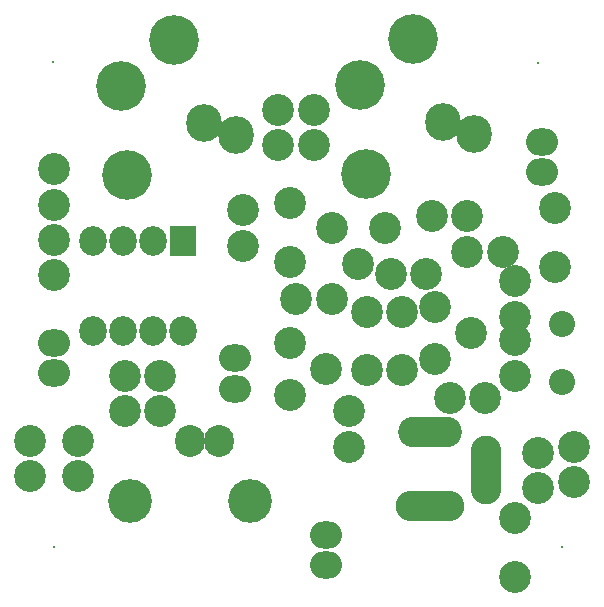
<source format=gts>
G04*
G04 #@! TF.GenerationSoftware,Altium Limited,Altium Designer,18.0.12 (696)*
G04*
G04 Layer_Color=8388736*
%FSLAX44Y44*%
%MOMM*%
G71*
G01*
G75*
%ADD14O,2.5032X2.7032*%
%ADD15C,3.7032*%
%ADD16C,2.7032*%
%ADD17C,4.2032*%
%ADD18O,3.0032X3.2032*%
%ADD19O,2.7032X2.3032*%
%ADD20C,0.2032*%
%ADD21O,5.8032X2.6032*%
%ADD22O,2.6032X5.8032*%
%ADD23O,5.4032X2.6032*%
%ADD24O,2.3032X2.5032*%
%ADD25R,2.3032X2.5032*%
%ADD26C,2.2032*%
D14*
X655000Y640000D02*
D03*
X680000D02*
D03*
D15*
X706000Y589000D02*
D03*
X604000D02*
D03*
D16*
X540000Y780000D02*
D03*
Y810000D02*
D03*
X890000Y800000D02*
D03*
X920000D02*
D03*
X760000Y920000D02*
D03*
Y890000D02*
D03*
X825000Y781000D02*
D03*
X855000D02*
D03*
X980000Y605000D02*
D03*
Y635000D02*
D03*
X805000Y700000D02*
D03*
X835000D02*
D03*
X950000Y630000D02*
D03*
Y600000D02*
D03*
X745000Y760000D02*
D03*
X775000D02*
D03*
X560000Y610000D02*
D03*
Y640000D02*
D03*
X790000Y665000D02*
D03*
Y635000D02*
D03*
X893000Y731000D02*
D03*
X863000Y753000D02*
D03*
Y709000D02*
D03*
X740000Y679000D02*
D03*
Y723000D02*
D03*
X770000Y701000D02*
D03*
X930000Y575000D02*
D03*
Y525000D02*
D03*
X964000Y787000D02*
D03*
Y837000D02*
D03*
X740000Y841000D02*
D03*
Y791000D02*
D03*
X930000Y745000D02*
D03*
Y775000D02*
D03*
X600000Y695000D02*
D03*
Y665000D02*
D03*
X630000Y695000D02*
D03*
Y665000D02*
D03*
X730000Y920000D02*
D03*
Y890000D02*
D03*
X700000Y805000D02*
D03*
Y835000D02*
D03*
X540000Y840000D02*
D03*
Y870000D02*
D03*
X905000Y676000D02*
D03*
X875000D02*
D03*
X930000Y695000D02*
D03*
Y725000D02*
D03*
X860000Y830000D02*
D03*
X890000D02*
D03*
X835000Y749000D02*
D03*
X805000D02*
D03*
X520000Y610000D02*
D03*
Y640000D02*
D03*
X820000Y820000D02*
D03*
X775000D02*
D03*
X797500Y790000D02*
D03*
D17*
X844000Y980000D02*
D03*
X804000Y866000D02*
D03*
X799000Y941400D02*
D03*
X597000Y940400D02*
D03*
X602000Y865000D02*
D03*
X642000Y979000D02*
D03*
D18*
X869000Y910000D02*
D03*
X896000Y900000D02*
D03*
X694000Y899000D02*
D03*
X667000Y909000D02*
D03*
D19*
X540000Y697200D02*
D03*
Y722800D02*
D03*
X952800Y892800D02*
D03*
Y867200D02*
D03*
X770000Y560000D02*
D03*
Y534400D02*
D03*
X693000Y709800D02*
D03*
Y684200D02*
D03*
D20*
X539000Y961000D02*
D03*
X970000Y550000D02*
D03*
X950000Y960000D02*
D03*
X540000Y550000D02*
D03*
D21*
X858500Y585000D02*
D03*
D22*
X905500Y615000D02*
D03*
D23*
X858500Y647000D02*
D03*
D24*
X572900Y732900D02*
D03*
X598300D02*
D03*
X623700D02*
D03*
X649100D02*
D03*
X572900Y809100D02*
D03*
X598300D02*
D03*
X623700D02*
D03*
D25*
X649100D02*
D03*
D26*
X970000Y738800D02*
D03*
Y690000D02*
D03*
M02*

</source>
